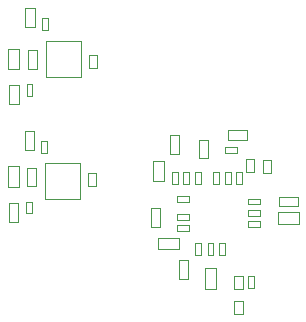
<source format=gbr>
%TF.GenerationSoftware,Altium Limited,Altium Designer,20.1.12 (249)*%
G04 Layer_Color=8388736*
%FSLAX45Y45*%
%MOMM*%
%TF.SameCoordinates,4EE8302A-A9A8-49E0-93C5-14594FCB678D*%
%TF.FilePolarity,Positive*%
%TF.FileFunction,Other,M14_-_Bottom_Assy*%
%TF.Part,Single*%
G01*
G75*
%TA.AperFunction,NonConductor*%
%ADD137C,0.10000*%
D137*
X825000Y1207500D02*
X895000D01*
X825000Y1317500D02*
X895000D01*
Y1207500D02*
Y1317500D01*
X825000Y1207500D02*
Y1317500D01*
X470000Y2432500D02*
X770000D01*
X470000Y2132500D02*
X770000D01*
X470000D02*
Y2432500D01*
X770000Y2132500D02*
Y2432500D01*
X460000Y1400000D02*
X760000D01*
X460000Y1100000D02*
X760000D01*
X460000D02*
Y1400000D01*
X760000Y1100000D02*
Y1400000D01*
X1375000Y1420000D02*
X1470000D01*
X1375000Y1245000D02*
X1470000D01*
X1375000D02*
Y1420000D01*
X1470000Y1245000D02*
Y1420000D01*
X317500Y2200000D02*
Y2360000D01*
X397500D01*
Y2200000D02*
Y2360000D01*
X317500Y2200000D02*
X397500D01*
X1587500Y1225000D02*
Y1325000D01*
X1537500Y1225000D02*
X1587500D01*
X1537500D02*
Y1325000D01*
X1587500D01*
X160000Y2062500D02*
X240000D01*
X160000Y1902500D02*
Y2062500D01*
Y1902500D02*
X240000D01*
Y2062500D01*
X835000Y2207500D02*
Y2317500D01*
X905000Y2207500D02*
Y2317500D01*
X835000D02*
X905000D01*
X835000Y2207500D02*
X905000D01*
X437500Y2530000D02*
X487500D01*
Y2630000D01*
X437500D02*
X487500D01*
X437500Y2530000D02*
Y2630000D01*
X297500Y2555000D02*
X377500D01*
Y2715000D01*
X297500D02*
X377500D01*
X297500Y2555000D02*
Y2715000D01*
X152500Y2195000D02*
Y2370000D01*
X247500Y2195000D02*
Y2370000D01*
X152500D02*
X247500D01*
X152500Y2195000D02*
X247500D01*
X307500Y2072500D02*
X357500D01*
X307500Y1972500D02*
Y2072500D01*
Y1972500D02*
X357500D01*
Y1972500D02*
Y2072500D01*
X432500Y1487500D02*
X482500D01*
Y1587499D01*
X432500D02*
X482500D01*
X432500Y1487500D02*
Y1587500D01*
X157500Y1065000D02*
X237500D01*
X157500Y905000D02*
Y1065000D01*
Y905000D02*
X237500D01*
Y1065000D01*
X305000Y1075000D02*
X355000D01*
X305000Y975000D02*
Y1075000D01*
Y975000D02*
X355000D01*
Y975000D02*
Y1075000D01*
X150000Y1197500D02*
Y1372500D01*
X245000Y1197500D02*
Y1372500D01*
X150000D02*
X245000D01*
X150000Y1197500D02*
X245000D01*
X292500Y1510000D02*
X372500D01*
Y1670000D01*
X292500D02*
X372500D01*
X292500Y1510000D02*
Y1670000D01*
X307500Y1202500D02*
X387500D01*
Y1362500D01*
X307500D02*
X387500D01*
X307500Y1202500D02*
Y1362500D01*
X2307500Y1430000D02*
X2377500D01*
X2307500Y1320000D02*
X2377500D01*
X2307500D02*
Y1430000D01*
X2377500Y1320000D02*
Y1430000D01*
X2162500Y1325000D02*
X2232500D01*
X2162500Y1435000D02*
X2232500D01*
Y1325000D02*
Y1435000D01*
X2162500Y1325000D02*
Y1435000D01*
X2067500Y335000D02*
X2137500D01*
X2067500Y445000D02*
X2137500D01*
Y335000D02*
Y445000D01*
X2067500Y335000D02*
Y445000D01*
X2182500Y445000D02*
X2232500D01*
X2182500Y345000D02*
Y445000D01*
Y345000D02*
X2232500D01*
Y345000D02*
Y445000D01*
X2067500Y235000D02*
X2137500D01*
X2067500Y125000D02*
X2137500D01*
X2067500D02*
Y235000D01*
X2137500Y125000D02*
Y235000D01*
X2015000Y1600000D02*
Y1680000D01*
Y1600000D02*
X2175000D01*
Y1680000D01*
X2015000D02*
X2175000D01*
X1990000Y1490000D02*
Y1540000D01*
Y1490000D02*
X2090000D01*
Y1540000D01*
X1990000D02*
X2090000D01*
X1420000Y770000D02*
X1595000D01*
X1420000Y675000D02*
X1595000D01*
Y770000D01*
X1420000Y675000D02*
Y770000D01*
X1840000Y620000D02*
X1890000D01*
Y720000D01*
X1840000D02*
X1890000D01*
X1840000Y620000D02*
Y720000D01*
X2082500Y1325000D02*
X2132500D01*
X2082500Y1225000D02*
Y1325000D01*
Y1225000D02*
X2132500D01*
Y1225000D02*
Y1325000D01*
X1522500Y1480000D02*
X1602500D01*
Y1640000D01*
X1522500D02*
X1602500D01*
X1522500Y1480000D02*
Y1640000D01*
X1635000Y1325000D02*
X1685000D01*
X1635000Y1225000D02*
Y1325000D01*
Y1225000D02*
X1685000D01*
Y1225000D02*
Y1325000D01*
X1582500Y822500D02*
Y872500D01*
Y822500D02*
X1682500D01*
Y872500D01*
X1582500D02*
X1682500D01*
X1887500Y1325000D02*
X1937500D01*
X1887500Y1225000D02*
Y1325000D01*
Y1225000D02*
X1937500D01*
Y1225000D02*
Y1325000D01*
X1582500Y1072500D02*
Y1122500D01*
Y1072500D02*
X1682500D01*
Y1122500D01*
X1582500D02*
X1682500D01*
X1360000Y1022500D02*
X1440000D01*
X1360000Y862500D02*
Y1022500D01*
Y862500D02*
X1440000D01*
Y1022500D01*
X1582500Y922500D02*
Y972500D01*
Y922500D02*
X1682500D01*
Y972500D01*
X1582500D02*
X1682500D01*
X1597500Y582500D02*
X1677500D01*
X1597500Y422500D02*
Y582500D01*
Y422500D02*
X1677500D01*
Y582500D01*
X1735000Y620000D02*
X1785000D01*
Y720000D01*
X1735000D02*
X1785000D01*
X1735000Y620000D02*
Y720000D01*
X1765000Y1440000D02*
Y1600000D01*
X1845000D01*
Y1440000D02*
Y1600000D01*
X1765000Y1440000D02*
X1845000D01*
X1787500Y1225000D02*
Y1325000D01*
X1737500Y1225000D02*
X1787500D01*
X1737500D02*
Y1325000D01*
X1787500D01*
X1817500Y337500D02*
X1912500D01*
X1817500Y512500D02*
X1912500D01*
Y337500D02*
Y512500D01*
X1817500Y337500D02*
Y512500D01*
X2445000Y1115000D02*
X2605000D01*
Y1035000D02*
Y1115000D01*
X2445000Y1035000D02*
X2605000D01*
X2445000D02*
Y1115000D01*
X2185000Y1050000D02*
X2285000D01*
X2185000D02*
Y1100000D01*
X2285000D01*
Y1050000D02*
Y1100000D01*
X2612500Y887500D02*
Y982500D01*
X2437500Y887500D02*
Y982500D01*
X2612500D01*
X2437500Y887500D02*
X2612500D01*
X2185000Y862500D02*
X2285000D01*
X2185000D02*
Y912500D01*
X2285000D01*
Y862500D02*
Y912500D01*
X2185000Y952500D02*
X2285000D01*
X2185000D02*
Y1002500D01*
X2285000D01*
Y952500D02*
Y1002500D01*
X1935000Y620000D02*
Y720000D01*
Y720000D02*
X1985000D01*
Y620000D02*
Y720000D01*
X1935000Y620000D02*
X1985000D01*
X2035000Y1225000D02*
Y1325000D01*
X1985000Y1225000D02*
X2035000D01*
X1985000D02*
Y1325000D01*
X2035000D01*
%TF.MD5,778c55fc3bea3f265db00b3b34c357e5*%
M02*

</source>
